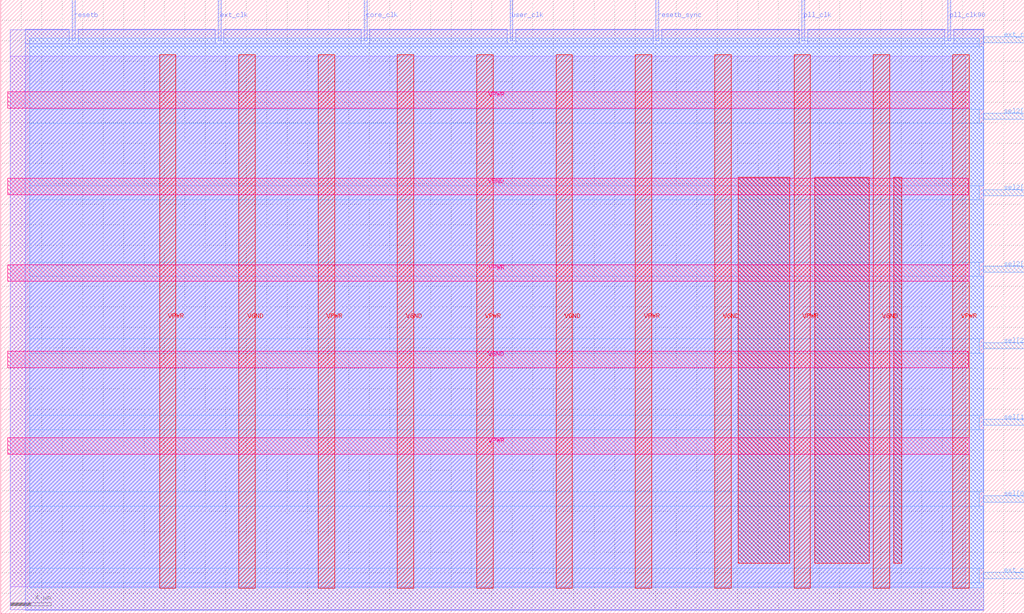
<source format=lef>
VERSION 5.7 ;
  NOWIREEXTENSIONATPIN ON ;
  DIVIDERCHAR "/" ;
  BUSBITCHARS "[]" ;
MACRO caravel_clocking
  CLASS BLOCK ;
  FOREIGN caravel_clocking ;
  ORIGIN 0.000 0.000 ;
  SIZE 100.000 BY 60.000 ;
  PIN VGND
    DIRECTION INOUT ;
    USE GROUND ;
    PORT
      LAYER met4 ;
        RECT 23.270 2.480 24.870 54.640 ;
    END
    PORT
      LAYER met4 ;
        RECT 38.770 2.480 40.370 54.640 ;
    END
    PORT
      LAYER met4 ;
        RECT 54.270 2.480 55.870 54.640 ;
    END
    PORT
      LAYER met4 ;
        RECT 69.770 2.480 71.370 54.640 ;
    END
    PORT
      LAYER met4 ;
        RECT 85.270 2.480 86.870 54.640 ;
    END
    PORT
      LAYER met5 ;
        RECT 0.680 24.060 94.540 25.660 ;
    END
    PORT
      LAYER met5 ;
        RECT 0.680 40.960 94.540 42.560 ;
    END
  END VGND
  PIN VPWR
    DIRECTION INOUT ;
    USE POWER ;
    PORT
      LAYER met4 ;
        RECT 15.520 2.480 17.120 54.640 ;
    END
    PORT
      LAYER met4 ;
        RECT 31.020 2.480 32.620 54.640 ;
    END
    PORT
      LAYER met4 ;
        RECT 46.520 2.480 48.120 54.640 ;
    END
    PORT
      LAYER met4 ;
        RECT 62.020 2.480 63.620 54.640 ;
    END
    PORT
      LAYER met4 ;
        RECT 77.520 2.480 79.120 54.640 ;
    END
    PORT
      LAYER met4 ;
        RECT 93.020 2.480 94.620 54.640 ;
    END
    PORT
      LAYER met5 ;
        RECT 0.680 15.610 94.620 17.210 ;
    END
    PORT
      LAYER met5 ;
        RECT 0.680 32.510 94.620 34.110 ;
    END
    PORT
      LAYER met5 ;
        RECT 0.680 49.410 94.620 51.010 ;
    END
  END VPWR
  PIN core_clk
    DIRECTION OUTPUT TRISTATE ;
    USE SIGNAL ;
    PORT
      LAYER met2 ;
        RECT 35.510 56.000 35.790 60.000 ;
    END
  END core_clk
  PIN ext_clk
    DIRECTION INPUT ;
    USE SIGNAL ;
    PORT
      LAYER met2 ;
        RECT 21.250 56.000 21.530 60.000 ;
    END
  END ext_clk
  PIN ext_clk_sel
    DIRECTION INPUT ;
    USE SIGNAL ;
    PORT
      LAYER met3 ;
        RECT 96.000 3.440 100.000 4.040 ;
    END
  END ext_clk_sel
  PIN ext_reset
    DIRECTION INPUT ;
    USE SIGNAL ;
    PORT
      LAYER met3 ;
        RECT 96.000 55.800 100.000 56.400 ;
    END
  END ext_reset
  PIN pll_clk
    DIRECTION INPUT ;
    USE SIGNAL ;
    PORT
      LAYER met2 ;
        RECT 78.290 56.000 78.570 60.000 ;
    END
  END pll_clk
  PIN pll_clk90
    DIRECTION INPUT ;
    USE SIGNAL ;
    PORT
      LAYER met2 ;
        RECT 92.550 56.000 92.830 60.000 ;
    END
  END pll_clk90
  PIN resetb
    DIRECTION INPUT ;
    USE SIGNAL ;
    PORT
      LAYER met2 ;
        RECT 6.990 56.000 7.270 60.000 ;
    END
  END resetb
  PIN resetb_sync
    DIRECTION OUTPUT TRISTATE ;
    USE SIGNAL ;
    PORT
      LAYER met2 ;
        RECT 64.030 56.000 64.310 60.000 ;
    END
  END resetb_sync
  PIN sel2[0]
    DIRECTION INPUT ;
    USE SIGNAL ;
    PORT
      LAYER met3 ;
        RECT 96.000 33.360 100.000 33.960 ;
    END
  END sel2[0]
  PIN sel2[1]
    DIRECTION INPUT ;
    USE SIGNAL ;
    PORT
      LAYER met3 ;
        RECT 96.000 40.840 100.000 41.440 ;
    END
  END sel2[1]
  PIN sel2[2]
    DIRECTION INPUT ;
    USE SIGNAL ;
    PORT
      LAYER met3 ;
        RECT 96.000 48.320 100.000 48.920 ;
    END
  END sel2[2]
  PIN sel[0]
    DIRECTION INPUT ;
    USE SIGNAL ;
    PORT
      LAYER met3 ;
        RECT 96.000 10.920 100.000 11.520 ;
    END
  END sel[0]
  PIN sel[1]
    DIRECTION INPUT ;
    USE SIGNAL ;
    PORT
      LAYER met3 ;
        RECT 96.000 18.400 100.000 19.000 ;
    END
  END sel[1]
  PIN sel[2]
    DIRECTION INPUT ;
    USE SIGNAL ;
    PORT
      LAYER met3 ;
        RECT 96.000 25.880 100.000 26.480 ;
    END
  END sel[2]
  PIN user_clk
    DIRECTION OUTPUT TRISTATE ;
    USE SIGNAL ;
    PORT
      LAYER met2 ;
        RECT 49.770 56.000 50.050 60.000 ;
    END
  END user_clk
  OBS
      LAYER li1 ;
        RECT 0.920 2.635 94.300 54.485 ;
      LAYER met1 ;
        RECT 0.920 0.380 96.070 57.080 ;
      LAYER met2 ;
        RECT 2.400 55.720 6.710 57.110 ;
        RECT 7.550 55.720 20.970 57.110 ;
        RECT 21.810 55.720 35.230 57.110 ;
        RECT 36.070 55.720 49.490 57.110 ;
        RECT 50.330 55.720 63.750 57.110 ;
        RECT 64.590 55.720 78.010 57.110 ;
        RECT 78.850 55.720 92.270 57.110 ;
        RECT 93.110 55.720 96.040 57.110 ;
        RECT 2.400 0.350 96.040 55.720 ;
      LAYER met3 ;
        RECT 2.825 55.400 95.600 56.250 ;
        RECT 2.825 49.320 96.000 55.400 ;
        RECT 2.825 47.920 95.600 49.320 ;
        RECT 2.825 41.840 96.000 47.920 ;
        RECT 2.825 40.440 95.600 41.840 ;
        RECT 2.825 34.360 96.000 40.440 ;
        RECT 2.825 32.960 95.600 34.360 ;
        RECT 2.825 26.880 96.000 32.960 ;
        RECT 2.825 25.480 95.600 26.880 ;
        RECT 2.825 19.400 96.000 25.480 ;
        RECT 2.825 18.000 95.600 19.400 ;
        RECT 2.825 11.920 96.000 18.000 ;
        RECT 2.825 10.520 95.600 11.920 ;
        RECT 2.825 4.440 96.000 10.520 ;
        RECT 2.825 3.040 95.600 4.440 ;
        RECT 2.825 2.555 96.000 3.040 ;
      LAYER met4 ;
        RECT 72.055 4.935 77.120 42.665 ;
        RECT 79.520 4.935 84.870 42.665 ;
        RECT 87.270 4.935 88.025 42.665 ;
  END
END caravel_clocking
END LIBRARY


</source>
